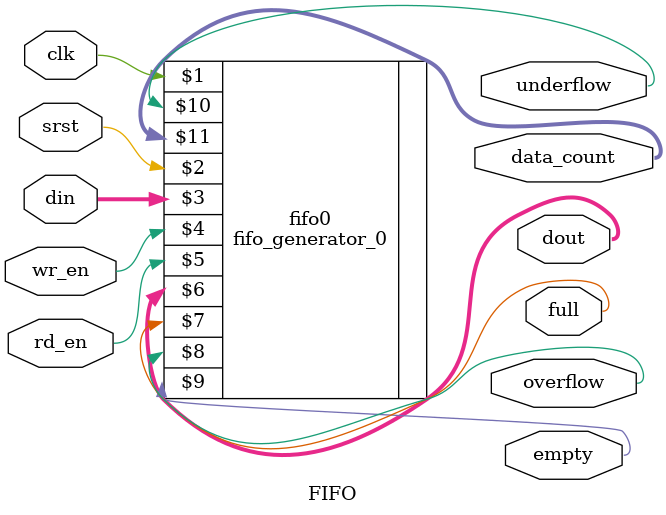
<source format=v>
`timescale 1ns / 1ps
module TopModule();
endmodule

module Simple_Memory_Element(
		(* dont_touch="true" *) input IN,
		(* dont_touch="true" *)	output OUT2
		);	
	(* dont_touch="true" *)	wire a;
	(* dont_touch="true" *)	wire b;
	assign a = IN;
	NOT not0(a,b);
	NOT not1(b,a);
	assign OUT2 = b;
endmodule

module SR_Latch_NOR(
		input S,
		input R,
		output Q,
		output Qn
		);	
NOR nor0(Q,R,Qn);		
NOR nor1(Qn,S,Q);		
endmodule

module SR_Latch_NAND(
		input S,
		input R,
		output Q,
		output Qn
		);	
NAND nand0(Qn,R,Q);		
NAND nand1(Q,S,Qn);		
endmodule
	
module D_FF(
		input D,
		input clk,
		output Qn,
		output Q);
		wire temp1,temp2,temp3;
NAND nand0(temp1,D,clk);
NOT not0(temp3,D);
NAND nand1(temp2,temp3,clk);
NAND nand2(Q,temp1,Qn);
NAND nand3(Qn,temp2,Q);
endmodule

module master_slave_D_FF(
		input D,
		input clk,
		output Qn,
		output Q);
		wire temp1,temp2;
D_FF dl0(D,clk,temp1,temp2);
NOT not0(temp3,clk);
D_FF dl1(temp2,temp3,Qn,Q);
endmodule

module D_FF_behavioral_design(
		input D,
		input clk,
		output reg Qn,
		output reg Q);
		reg FF;
	always@(posedge clk) begin
		FF = D;
		Q = FF;
		Qn = ~FF;		
	end
endmodule

module register_8_bit(
		input [7:0] in,
		input clk,
		input clear,
		output reg [7:0] out
		);
	always@(posedge clk or posedge clear) begin
		if(clear == 1)
		out = 0;
		else
		out = in;		
	end
endmodule


module block_memory(
	input clka,
	input wea,
	input [3:0] addra,
	output [7:0] douta
    );
	wire [7:0] din;
blk_mem_gen_0 bl0(clka,wea,addra,din,douta);
endmodule

module FIFO(
 input   clk,
 input   srst,
 input  [7:0]  din,
 input   wr_en,
 input   rd_en,
 output [7:0]  dout,
 output  full,
 output  overflow,
 output  empty,
 output  underflow,
 output [3:0]  data_count
    );
fifo_generator_0  fifo0(clk,srst,din,wr_en,rd_en,dout,full,overflow,empty,underflow,data_count);
endmodule
</source>
